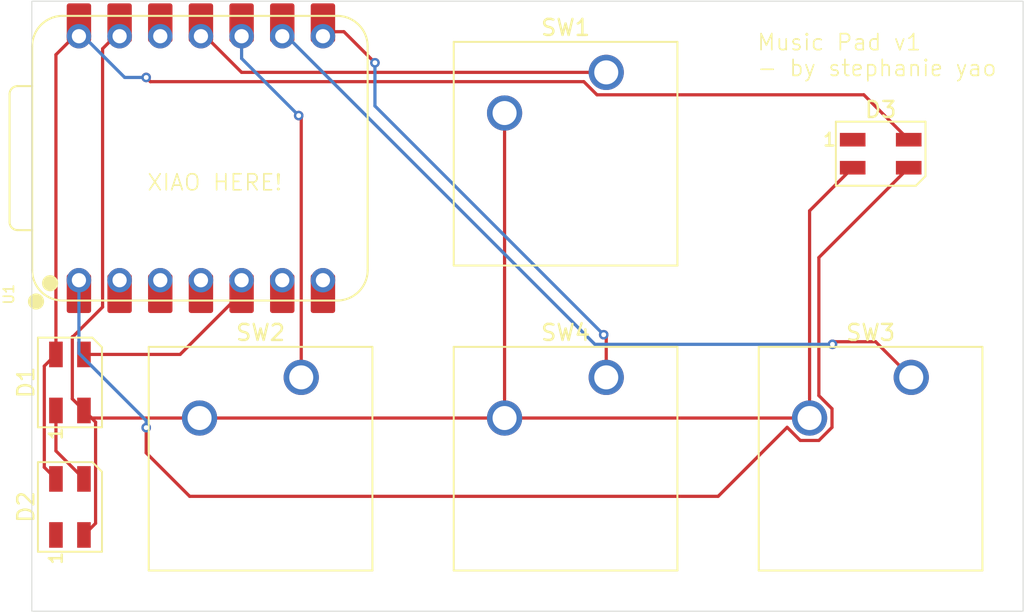
<source format=kicad_pcb>
(kicad_pcb (version 20241229) (generator "pcbnew") (generator_version "9.0")
  (layers (0 "F.Cu" signal) (2 "B.Cu" signal) (13 "F.Paste" user) (15 "B.Paste" user) (5 "F.SilkS" user "F.Silkscreen") (7 "B.SilkS" user "B.Silkscreen") (1 "F.Mask" user) (3 "B.Mask" user) (25 "Edge.Cuts" user))
  (net 0 "")
  (net 1 "Net-(D1-DOUT)")
  (net 2 "GND")
  (net 3 "Net-(D1-DIN)")
  (net 4 "+5V")
  (net 7 "Net-(D3-DIN)")
  (net 8 "Net-(U1-GPIO3{slash}MOSI)")
  (net 9 "Net-(U1-GPIO4{slash}MISO)")
  (net 10 "Net-(U1-GPIO2{slash}SCK)")
  (net 11 "Net-(U1-GPIO1{slash}RX)")
  (footprint "Button_Switch_Keyboard:SW_Cherry_MX_1.00u_PCB" (layer "F.Cu") (at 145.415 30.63875)
    (property "Reference" "SW1" (at -2.54 -2.794 0) (layer "F.SilkS"))
    (property "Value" "SW_Push")
    (fp_line (start -9.525 -1.905) (end 4.445 -1.905) (stroke (width 0.12)) (layer "F.SilkS"))
    (fp_line (start -9.525 12.065) (end -9.525 -1.905) (stroke (width 0.12)) (layer "F.SilkS"))
    (fp_line (start 4.445 -1.905) (end 4.445 12.065) (stroke (width 0.12)) (layer "F.SilkS"))
    (fp_line (start 4.445 12.065) (end -9.525 12.065) (stroke (width 0.12)) (layer "F.SilkS"))
    (pad "" np_thru_hole circle (at -7.62 5.08) (size 1.7 1.7) (drill 1.7) (layers "*.Cu" "*.Mask"))
    (pad "" np_thru_hole circle (at -2.54 5.08) (size 4 4) (drill 4) (layers "*.Cu" "*.Mask"))
    (pad "" np_thru_hole circle (at 2.54 5.08) (size 1.7 1.7) (drill 1.7) (layers "*.Cu" "*.Mask"))
    (pad "1" thru_hole circle (at 0 0) (size 2.2 2.2) (drill 1.5) (layers "*.Cu" "*.Mask") (net 8 "Net-(U1-GPIO3{slash}MOSI)"))
    (pad "2" thru_hole circle (at -6.35 2.54) (size 2.2 2.2) (drill 1.5) (layers "*.Cu" "*.Mask") (net 2 "GND"))
  )
  (footprint "LED_SMD:LED_SK6812MINI_PLCC4_3.5x3.5mm_P1.75mm" (layer "F.Cu") (at 111.91875 50.00625 90)
    (property "Reference" "D1" (at 0 -2.75 90) (layer "F.SilkS"))
    (property "Value" "SK6812MINI")
    (fp_line (start -2.8 -2) (end 2.8 -2) (stroke (width 0.12)) (layer "F.SilkS"))
    (fp_line (start -2.8 -2) (end -2.8 2) (stroke (width 0.12)) (layer "F.SilkS"))
    (fp_line (start 2.8 1.4) (end 2.8 -2) (stroke (width 0.12)) (layer "F.SilkS"))
    (fp_line (start 2.8 1.4) (end 2.2 2) (stroke (width 0.12)) (layer "F.SilkS"))
    (fp_line (start -2.8 2) (end 2.2 2) (stroke (width 0.12)) (layer "F.SilkS"))
    (fp_text user "1" (at -3.2 -0.875 90) (layer "F.SilkS") (effects (font (size 0.8 0.8))))
    (pad "1" smd rect (at -1.75 -0.875 90) (size 1.6 0.85) (layers "F.Cu" "F.Mask" "F.Paste") (net 1 "Net-(D1-DOUT)"))
    (pad "2" smd rect (at -1.75 0.875 90) (size 1.6 0.85) (layers "F.Cu" "F.Mask" "F.Paste") (net 2 "GND"))
    (pad "3" smd rect (at 1.75 0.875 90) (size 1.6 0.85) (layers "F.Cu" "F.Mask" "F.Paste") (net 3 "Net-(D1-DIN)"))
    (pad "4" smd rect (at 1.75 -0.875 90) (size 1.6 0.85) (layers "F.Cu" "F.Mask" "F.Paste") (net 4 "+5V"))
  )
  (footprint "Button_Switch_Keyboard:SW_Cherry_MX_1.00u_PCB" (layer "F.Cu") (at 126.365 49.68875)
    (property "Reference" "SW2" (at -2.54 -2.794 0) (layer "F.SilkS"))
    (property "Value" "SW_Push")
    (fp_line (start -9.525 -1.905) (end 4.445 -1.905) (stroke (width 0.12)) (layer "F.SilkS"))
    (fp_line (start -9.525 12.065) (end -9.525 -1.905) (stroke (width 0.12)) (layer "F.SilkS"))
    (fp_line (start 4.445 -1.905) (end 4.445 12.065) (stroke (width 0.12)) (layer "F.SilkS"))
    (fp_line (start 4.445 12.065) (end -9.525 12.065) (stroke (width 0.12)) (layer "F.SilkS"))
    (pad "" np_thru_hole circle (at -7.62 5.08) (size 1.7 1.7) (drill 1.7) (layers "*.Cu" "*.Mask"))
    (pad "" np_thru_hole circle (at -2.54 5.08) (size 4 4) (drill 4) (layers "*.Cu" "*.Mask"))
    (pad "" np_thru_hole circle (at 2.54 5.08) (size 1.7 1.7) (drill 1.7) (layers "*.Cu" "*.Mask"))
    (pad "1" thru_hole circle (at 0 0) (size 2.2 2.2) (drill 1.5) (layers "*.Cu" "*.Mask") (net 9 "Net-(U1-GPIO4{slash}MISO)"))
    (pad "2" thru_hole circle (at -6.35 2.54) (size 2.2 2.2) (drill 1.5) (layers "*.Cu" "*.Mask") (net 2 "GND"))
  )
  (footprint "Button_Switch_Keyboard:SW_Cherry_MX_1.00u_PCB" (layer "F.Cu") (at 164.465 49.68875)
    (property "Reference" "SW3" (at -2.54 -2.794 0) (layer "F.SilkS"))
    (property "Value" "SW_Push")
    (fp_line (start -9.525 -1.905) (end 4.445 -1.905) (stroke (width 0.12)) (layer "F.SilkS"))
    (fp_line (start -9.525 12.065) (end -9.525 -1.905) (stroke (width 0.12)) (layer "F.SilkS"))
    (fp_line (start 4.445 -1.905) (end 4.445 12.065) (stroke (width 0.12)) (layer "F.SilkS"))
    (fp_line (start 4.445 12.065) (end -9.525 12.065) (stroke (width 0.12)) (layer "F.SilkS"))
    (pad "" np_thru_hole circle (at -7.62 5.08) (size 1.7 1.7) (drill 1.7) (layers "*.Cu" "*.Mask"))
    (pad "" np_thru_hole circle (at -2.54 5.08) (size 4 4) (drill 4) (layers "*.Cu" "*.Mask"))
    (pad "" np_thru_hole circle (at 2.54 5.08) (size 1.7 1.7) (drill 1.7) (layers "*.Cu" "*.Mask"))
    (pad "1" thru_hole circle (at 0 0) (size 2.2 2.2) (drill 1.5) (layers "*.Cu" "*.Mask") (net 10 "Net-(U1-GPIO2{slash}SCK)"))
    (pad "2" thru_hole circle (at -6.35 2.54) (size 2.2 2.2) (drill 1.5) (layers "*.Cu" "*.Mask") (net 2 "GND"))
  )
  (footprint "OPL:XIAO-RP2040-DIP" (layer "F.Cu") (at 120.1 36 90)
    (property "Reference" "U1" (at -8.5 -12 90) (layer "F.SilkS") (effects (font (size 0.635 0.635) (thickness 0.1016))))
    (property "Value" "XIAO-RP2040-DIP")
    (fp_line (start -3.991272 -11.951) (end 4.004 -11.951) (stroke (width 0.127)) (layer "F.SilkS"))
    (fp_line (start 4.504 -11.451) (end 4.504 -10.541) (stroke (width 0.127)) (layer "F.SilkS"))
    (fp_line (start 6.985 -10.541) (end -6.985 -10.541) (stroke (width 0.1)) (layer "F.SilkS"))
    (fp_line (start 6.985 -10.541) (end -6.985 -10.541) (stroke (width 0.127)) (layer "F.SilkS"))
    (fp_line (start -4.495 -10.541) (end -4.491272 -11.451272) (stroke (width 0.127)) (layer "F.SilkS"))
    (fp_line (start 8.89 8.509) (end 8.89 -8.636) (stroke (width 0.127)) (layer "F.SilkS"))
    (fp_line (start -8.89 8.509) (end -8.89 -8.636) (stroke (width 0.127)) (layer "F.SilkS"))
    (fp_line (start -6.985 10.414) (end 6.985 10.414) (stroke (width 0.127)) (layer "F.SilkS"))
    (fp_arc (start 4.004 -11.951) (mid 4.357553 -11.804553) (end 4.504 -11.451) (stroke (width 0.127)) (layer "F.SilkS"))
    (fp_arc (start -4.491272 -11.451272) (mid -4.344728 -11.80464) (end -3.991272 -11.951) (stroke (width 0.127)) (layer "F.SilkS"))
    (fp_arc (start 6.985 -10.541) (mid 8.332038 -9.983038) (end 8.89 -8.636) (stroke (width 0.127)) (layer "F.SilkS"))
    (fp_arc (start -8.89 -8.636) (mid -8.332038 -9.983038) (end -6.985 -10.541) (stroke (width 0.127)) (layer "F.SilkS"))
    (fp_arc (start 8.89 8.509) (mid 8.332038 9.856038) (end 6.985 10.414) (stroke (width 0.127)) (layer "F.SilkS"))
    (fp_arc (start -6.985 10.414) (mid -8.332038 9.856038) (end -8.89 8.509) (stroke (width 0.127)) (layer "F.SilkS"))
    (fp_circle (center -8.95 -10.3) (end -8.95 -10.554) (stroke (width 0.5)) (fill yes) (layer "F.SilkS"))
    (fp_circle (center -7.807 -9.42) (end -7.807 -9.674) (stroke (width 0.5)) (fill yes) (layer "F.SilkS"))
    (pad "1" smd roundrect (at -8.455 -7.62 270) (size 2.432 1.524) (layers "F.Cu" "F.Mask") (roundrect_rratio 0.1) (net 7 "Net-(D3-DIN)"))
    (pad "1" thru_hole circle (at -7.62 -7.62 270) (size 1.524 1.524) (drill 0.889) (layers "*.Cu" "*.Mask") (net 7 "Net-(D3-DIN)"))
    (pad "2" smd roundrect (at -8.455 -5.08 270) (size 2.432 1.524) (layers "F.Cu" "F.Mask") (roundrect_rratio 0.1))
    (pad "2" thru_hole circle (at -7.62 -5.08 270) (size 1.524 1.524) (drill 0.889) (layers "*.Cu" "*.Mask"))
    (pad "3" smd roundrect (at -8.455 -2.54 270) (size 2.432 1.524) (layers "F.Cu" "F.Mask") (roundrect_rratio 0.1))
    (pad "3" thru_hole circle (at -7.62 -2.54 270) (size 1.524 1.524) (drill 0.889) (layers "*.Cu" "*.Mask"))
    (pad "4" smd roundrect (at -8.455 0 270) (size 2.432 1.524) (layers "F.Cu" "F.Mask") (roundrect_rratio 0.1))
    (pad "4" thru_hole circle (at -7.62 0 270) (size 1.524 1.524) (drill 0.889) (layers "*.Cu" "*.Mask"))
    (pad "5" smd roundrect (at -8.455 2.54 270) (size 2.432 1.524) (layers "F.Cu" "F.Mask") (roundrect_rratio 0.1) (net 3 "Net-(D1-DIN)"))
    (pad "5" thru_hole circle (at -7.62 2.54 270) (size 1.524 1.524) (drill 0.889) (layers "*.Cu" "*.Mask") (net 3 "Net-(D1-DIN)"))
    (pad "6" smd roundrect (at -8.455 5.08 270) (size 2.432 1.524) (layers "F.Cu" "F.Mask") (roundrect_rratio 0.1))
    (pad "6" thru_hole circle (at -7.62 5.08 270) (size 1.524 1.524) (drill 0.889) (layers "*.Cu" "*.Mask"))
    (pad "7" smd roundrect (at -8.455 7.62 270) (size 2.432 1.524) (layers "F.Cu" "F.Mask") (roundrect_rratio 0.1))
    (pad "7" thru_hole circle (at -7.62 7.62 270) (size 1.524 1.524) (drill 0.889) (layers "*.Cu" "*.Mask"))
    (pad "8" thru_hole circle (at 7.62 7.62 90) (size 1.524 1.524) (drill 0.889) (layers "*.Cu" "*.Mask") (net 11 "Net-(U1-GPIO1{slash}RX)"))
    (pad "8" smd roundrect (at 8.455 7.62 90) (size 2.432 1.524) (layers "F.Cu" "F.Mask") (roundrect_rratio 0.1) (net 11 "Net-(U1-GPIO1{slash}RX)"))
    (pad "9" thru_hole circle (at 7.62 5.08 90) (size 1.524 1.524) (drill 0.889) (layers "*.Cu" "*.Mask") (net 10 "Net-(U1-GPIO2{slash}SCK)"))
    (pad "9" smd roundrect (at 8.455 5.08 90) (size 2.432 1.524) (layers "F.Cu" "F.Mask") (roundrect_rratio 0.1) (net 10 "Net-(U1-GPIO2{slash}SCK)"))
    (pad "10" thru_hole circle (at 7.62 2.54 90) (size 1.524 1.524) (drill 0.889) (layers "*.Cu" "*.Mask") (net 9 "Net-(U1-GPIO4{slash}MISO)"))
    (pad "10" smd roundrect (at 8.455 2.54 90) (size 2.432 1.524) (layers "F.Cu" "F.Mask") (roundrect_rratio 0.1) (net 9 "Net-(U1-GPIO4{slash}MISO)"))
    (pad "11" thru_hole circle (at 7.62 0 90) (size 1.524 1.524) (drill 0.889) (layers "*.Cu" "*.Mask") (net 8 "Net-(U1-GPIO3{slash}MOSI)"))
    (pad "11" smd roundrect (at 8.455 0 90) (size 2.432 1.524) (layers "F.Cu" "F.Mask") (roundrect_rratio 0.1) (net 8 "Net-(U1-GPIO3{slash}MOSI)"))
    (pad "12" thru_hole circle (at 7.62 -2.54 90) (size 1.524 1.524) (drill 0.889) (layers "*.Cu" "*.Mask"))
    (pad "12" smd roundrect (at 8.455 -2.54 90) (size 2.432 1.524) (layers "F.Cu" "F.Mask") (roundrect_rratio 0.1))
    (pad "13" thru_hole circle (at 7.62 -5.08 90) (size 1.524 1.524) (drill 0.889) (layers "*.Cu" "*.Mask") (net 2 "GND"))
    (pad "13" smd roundrect (at 8.455 -5.08 90) (size 2.432 1.524) (layers "F.Cu" "F.Mask") (roundrect_rratio 0.1) (net 2 "GND"))
    (pad "14" thru_hole circle (at 7.62 -7.62 90) (size 1.524 1.524) (drill 0.889) (layers "*.Cu" "*.Mask") (net 4 "+5V"))
    (pad "14" smd roundrect (at 8.455 -7.62 90) (size 2.432 1.524) (layers "F.Cu" "F.Mask") (roundrect_rratio 0.1) (net 4 "+5V"))
  )
  (footprint "LED_SMD:LED_SK6812MINI_PLCC4_3.5x3.5mm_P1.75mm" (layer "F.Cu") (at 111.91875 57.78125 90)
    (property "Reference" "D2" (at 0 -2.75 90) (layer "F.SilkS"))
    (property "Value" "SK6812MINI")
    (fp_line (start -2.8 -2) (end 2.8 -2) (stroke (width 0.12)) (layer "F.SilkS"))
    (fp_line (start -2.8 -2) (end -2.8 2) (stroke (width 0.12)) (layer "F.SilkS"))
    (fp_line (start 2.8 1.4) (end 2.8 -2) (stroke (width 0.12)) (layer "F.SilkS"))
    (fp_line (start 2.8 1.4) (end 2.2 2) (stroke (width 0.12)) (layer "F.SilkS"))
    (fp_line (start -2.8 2) (end 2.2 2) (stroke (width 0.12)) (layer "F.SilkS"))
    (fp_text user "1" (at -3.2 -0.875 90) (layer "F.SilkS") (effects (font (size 0.8 0.8))))
    (pad "1" smd rect (at -1.75 -0.875 90) (size 1.6 0.85) (layers "F.Cu" "F.Mask" "F.Paste"))
    (pad "2" smd rect (at -1.75 0.875 90) (size 1.6 0.85) (layers "F.Cu" "F.Mask" "F.Paste") (net 2 "GND"))
    (pad "3" smd rect (at 1.75 0.875 90) (size 1.6 0.85) (layers "F.Cu" "F.Mask" "F.Paste") (net 1 "Net-(D1-DOUT)"))
    (pad "4" smd rect (at 1.75 -0.875 90) (size 1.6 0.85) (layers "F.Cu" "F.Mask" "F.Paste") (net 4 "+5V"))
  )
  (footprint "LED_SMD:LED_SK6812MINI_PLCC4_3.5x3.5mm_P1.75mm" (layer "F.Cu") (at 162.55625 35.71875)
    (property "Reference" "D3" (at 0 -2.75 0) (layer "F.SilkS"))
    (property "Value" "SK6812MINI")
    (fp_line (start -2.8 -2) (end -2.8 2) (stroke (width 0.12)) (layer "F.SilkS"))
    (fp_line (start -2.8 -2) (end 2.8 -2) (stroke (width 0.12)) (layer "F.SilkS"))
    (fp_line (start -2.8 2) (end 2.2 2) (stroke (width 0.12)) (layer "F.SilkS"))
    (fp_line (start 2.8 1.4) (end 2.2 2) (stroke (width 0.12)) (layer "F.SilkS"))
    (fp_line (start 2.8 1.4) (end 2.8 -2) (stroke (width 0.12)) (layer "F.SilkS"))
    (fp_text user "1" (at -3.2 -0.875 0) (layer "F.SilkS") (effects (font (size 0.8 0.8))))
    (pad "1" smd rect (at -1.75 -0.875) (size 1.6 0.85) (layers "F.Cu" "F.Mask" "F.Paste"))
    (pad "2" smd rect (at -1.75 0.875) (size 1.6 0.85) (layers "F.Cu" "F.Mask" "F.Paste") (net 2 "GND"))
    (pad "3" smd rect (at 1.75 0.875) (size 1.6 0.85) (layers "F.Cu" "F.Mask" "F.Paste") (net 7 "Net-(D3-DIN)"))
    (pad "4" smd rect (at 1.75 -0.875) (size 1.6 0.85) (layers "F.Cu" "F.Mask" "F.Paste") (net 4 "+5V"))
  )
  (footprint "Button_Switch_Keyboard:SW_Cherry_MX_1.00u_PCB" (layer "F.Cu") (at 145.415 49.68875)
    (property "Reference" "SW4" (at -2.54 -2.794 0) (layer "F.SilkS"))
    (property "Value" "SW_Push")
    (fp_line (start -9.525 -1.905) (end 4.445 -1.905) (stroke (width 0.12)) (layer "F.SilkS"))
    (fp_line (start -9.525 12.065) (end -9.525 -1.905) (stroke (width 0.12)) (layer "F.SilkS"))
    (fp_line (start 4.445 -1.905) (end 4.445 12.065) (stroke (width 0.12)) (layer "F.SilkS"))
    (fp_line (start 4.445 12.065) (end -9.525 12.065) (stroke (width 0.12)) (layer "F.SilkS"))
    (pad "" np_thru_hole circle (at -7.62 5.08) (size 1.7 1.7) (drill 1.7) (layers "*.Cu" "*.Mask"))
    (pad "" np_thru_hole circle (at -2.54 5.08) (size 4 4) (drill 4) (layers "*.Cu" "*.Mask"))
    (pad "" np_thru_hole circle (at 2.54 5.08) (size 1.7 1.7) (drill 1.7) (layers "*.Cu" "*.Mask"))
    (pad "1" thru_hole circle (at 0 0) (size 2.2 2.2) (drill 1.5) (layers "*.Cu" "*.Mask") (net 11 "Net-(U1-GPIO1{slash}RX)"))
    (pad "2" thru_hole circle (at -6.35 2.54) (size 2.2 2.2) (drill 1.5) (layers "*.Cu" "*.Mask") (net 2 "GND"))
  )
  (gr_rect (start 109.5375 26.19375) (end 171.45 64.29375) (stroke (width 0.05)) (fill no) (layer "Edge.Cuts"))
  (gr_text "XIAO HERE!" (at 116.68125 38.1 0) (layer "F.SilkS") (effects (font (size 1 1) (thickness 0.1)) (justify left bottom)))
  (gr_text "Music Pad v1\n- by stephanie yao" (at 154.78125 30.95625 0) (layer "F.SilkS") (effects (font (size 1 1) (thickness 0.1)) (justify left bottom)))
  (segment (start 111.04375 51.75625) (end 111.04375 54.28125) (width 0.2) (layer "F.Cu") (net 1))
  (segment (start 111.04375 54.28125) (end 112.79375 56.03125) (width 0.2) (layer "F.Cu") (net 1))
  (segment (start 112.098376 47.15525) (end 112.06775 47.15525) (width 0.2) (layer "F.Cu") (net 2))
  (segment (start 113.26625 52.22875) (end 112.79375 51.75625) (width 0.2) (layer "F.Cu") (net 2))
  (segment (start 112.06775 51.03025) (end 112.79375 51.75625) (width 0.2) (layer "F.Cu") (net 2))
  (segment (start 113.51975 58.80525) (end 113.51975 52.48225) (width 0.2) (layer "F.Cu") (net 2))
  (segment (start 113.51975 52.48225) (end 112.79375 51.75625) (width 0.2) (layer "F.Cu") (net 2))
  (segment (start 113.957 29.16175) (end 113.957 45.296626) (width 0.2) (layer "F.Cu") (net 2))
  (segment (start 113.957 45.296626) (end 112.098376 47.15525) (width 0.2) (layer "F.Cu") (net 2))
  (segment (start 158.115 52.22875) (end 139.065 52.22875) (width 0.2) (layer "F.Cu") (net 2))
  (segment (start 139.065 52.22875) (end 120.015 52.22875) (width 0.2) (layer "F.Cu") (net 2))
  (segment (start 139.065 52.22875) (end 139.065 33.17875) (width 0.2) (layer "F.Cu") (net 2))
  (segment (start 112.79375 59.53125) (end 113.51975 58.80525) (width 0.2) (layer "F.Cu") (net 2))
  (segment (start 115.02 27.545) (end 115.02 28.38) (width 0.2) (layer "F.Cu") (net 2))
  (segment (start 158.115 52.22875) (end 158.115 39.285) (width 0.2) (layer "F.Cu") (net 2))
  (segment (start 158.115 39.285) (end 160.80625 36.59375) (width 0.2) (layer "F.Cu") (net 2))
  (segment (start 112.06775 47.15525) (end 112.06775 51.03025) (width 0.2) (layer "F.Cu") (net 2))
  (segment (start 115.02 28.09875) (end 113.957 29.16175) (width 0.2) (layer "F.Cu") (net 2))
  (segment (start 120.015 52.22875) (end 113.26625 52.22875) (width 0.2) (layer "F.Cu") (net 2))
  (segment (start 118.80013 48.25625) (end 112.79375 48.25625) (width 0.2) (layer "F.Cu") (net 3))
  (segment (start 122.64 43.33875) (end 122.64 44.41638) (width 0.2) (layer "F.Cu") (net 3))
  (segment (start 122.64 44.41638) (end 118.80013 48.25625) (width 0.2) (layer "F.Cu") (net 3))
  (segment (start 164.30625 34.84375) (end 161.50225 32.03975) (width 0.2) (layer "F.Cu") (net 4))
  (segment (start 111.04375 48.25625) (end 110.31775 48.98225) (width 0.2) (layer "F.Cu") (net 4))
  (segment (start 112.48 28.09875) (end 111.04375 29.535) (width 0.2) (layer "F.Cu") (net 4))
  (segment (start 144.834686 32.03975) (end 144.014 31.219064) (width 0.2) (layer "F.Cu") (net 4))
  (segment (start 116.944064 31.219064) (end 116.68125 30.95625) (width 0.2) (layer "F.Cu") (net 4))
  (segment (start 161.50225 32.03975) (end 144.834686 32.03975) (width 0.2) (layer "F.Cu") (net 4))
  (segment (start 110.31775 55.30525) (end 111.04375 56.03125) (width 0.2) (layer "F.Cu") (net 4))
  (segment (start 144.014 31.219064) (end 116.944064 31.219064) (width 0.2) (layer "F.Cu") (net 4))
  (segment (start 111.04375 29.535) (end 111.04375 48.25625) (width 0.2) (layer "F.Cu") (net 4))
  (segment (start 110.31775 48.98225) (end 110.31775 55.30525) (width 0.2) (layer "F.Cu") (net 4))
  (via (at 116.68125 30.95625) (size 0.6) (drill 0.3) (layers "F.Cu" "B.Cu") (net 4))
  (segment (start 115.3375 30.95625) (end 112.48 28.09875) (width 0.2) (layer "B.Cu") (net 4))
  (segment (start 116.68125 30.95625) (end 115.3375 30.95625) (width 0.2) (layer "B.Cu") (net 4))
  (segment (start 159.516 51.648436) (end 159.516 52.809064) (width 0.2) (layer "F.Cu") (net 7))
  (segment (start 158.695314 53.62975) (end 157.534686 53.62975) (width 0.2) (layer "F.Cu") (net 7))
  (segment (start 119.39753 57.11975) (end 116.68125 54.40347) (width 0.2) (layer "F.Cu") (net 7))
  (segment (start 152.403314 57.11975) (end 119.39753 57.11975) (width 0.2) (layer "F.Cu") (net 7))
  (segment (start 157.534686 53.62975) (end 156.714 52.809064) (width 0.2) (layer "F.Cu") (net 7))
  (segment (start 159.516 52.809064) (end 158.695314 53.62975) (width 0.2) (layer "F.Cu") (net 7))
  (segment (start 158.695314 50.82775) (end 159.516 51.648436) (width 0.2) (layer "F.Cu") (net 7))
  (segment (start 156.714 52.809064) (end 152.403314 57.11975) (width 0.2) (layer "F.Cu") (net 7))
  (segment (start 164.30625 36.59375) (end 158.695314 42.204686) (width 0.2) (layer "F.Cu") (net 7))
  (segment (start 116.68125 54.40347) (end 116.68125 52.82875) (width 0.2) (layer "F.Cu") (net 7))
  (segment (start 158.695314 42.204686) (end 158.695314 50.82775) (width 0.2) (layer "F.Cu") (net 7))
  (via (at 116.68125 52.82875) (size 0.6) (drill 0.3) (layers "F.Cu" "B.Cu") (net 7))
  (segment (start 116.68125 52.3875) (end 112.48 48.18625) (width 0.2) (layer "B.Cu") (net 7))
  (segment (start 112.48 48.18625) (end 112.48 43.33875) (width 0.2) (layer "B.Cu") (net 7))
  (segment (start 116.68125 52.82875) (end 116.68125 52.3875) (width 0.2) (layer "B.Cu") (net 7))
  (segment (start 145.415 30.63875) (end 122.64 30.63875) (width 0.2) (layer "F.Cu") (net 8))
  (segment (start 122.64 30.63875) (end 120.1 28.09875) (width 0.2) (layer "F.Cu") (net 8))
  (segment (start 126.365 33.49625) (end 126.20625 33.3375) (width 0.2) (layer "F.Cu") (net 9))
  (segment (start 126.365 49.68875) (end 126.365 33.49625) (width 0.2) (layer "F.Cu") (net 9))
  (via (at 126.20625 33.3375) (size 0.6) (drill 0.3) (layers "F.Cu" "B.Cu") (net 9))
  (segment (start 122.64 29.77125) (end 122.64 28.09875) (width 0.2) (layer "B.Cu") (net 9))
  (segment (start 126.20625 33.3375) (end 122.64 29.77125) (width 0.2) (layer "B.Cu") (net 9))
  (segment (start 159.70525 47.4635) (end 159.54375 47.625) (width 0.2) (layer "F.Cu") (net 10))
  (segment (start 164.465 49.68875) (end 162.23975 47.4635) (width 0.2) (layer "F.Cu") (net 10))
  (segment (start 162.23975 47.4635) (end 159.70525 47.4635) (width 0.2) (layer "F.Cu") (net 10))
  (via (at 159.54375 47.625) (size 0.6) (drill 0.3) (layers "F.Cu" "B.Cu") (net 10))
  (segment (start 144.70625 47.625) (end 125.18 28.09875) (width 0.2) (layer "B.Cu") (net 10))
  (segment (start 159.54375 47.625) (end 144.70625 47.625) (width 0.2) (layer "B.Cu") (net 10))
  (segment (start 145.415 47.18375) (end 145.415 49.68875) (width 0.2) (layer "F.Cu") (net 11))
  (segment (start 127.72 28.09875) (end 129.02875 28.09875) (width 0.2) (layer "F.Cu") (net 11))
  (segment (start 145.25625 47.025) (end 145.415 47.18375) (width 0.2) (layer "F.Cu") (net 11))
  (segment (start 129.02875 28.09875) (end 130.96875 30.03875) (width 0.2) (layer "F.Cu") (net 11))
  (via (at 145.25625 47.025) (size 0.6) (drill 0.3) (layers "F.Cu" "B.Cu") (net 11))
  (via (at 130.96875 30.03875) (size 0.6) (drill 0.3) (layers "F.Cu" "B.Cu") (net 11))
  (segment (start 130.96875 30.03875) (end 130.96875 32.7375) (width 0.2) (layer "B.Cu") (net 11))
  (segment (start 130.96875 32.7375) (end 145.25625 47.025) (width 0.2) (layer "B.Cu") (net 11))
)
</source>
